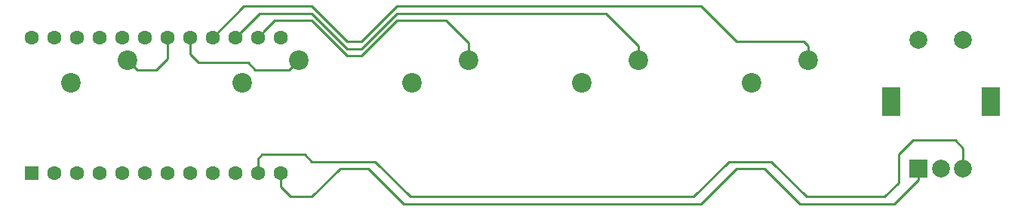
<source format=gtl>
G04 #@! TF.GenerationSoftware,KiCad,Pcbnew,(5.1.4)-1*
G04 #@! TF.CreationDate,2021-12-24T02:42:09+01:00*
G04 #@! TF.ProjectId,5Plank,35506c61-6e6b-42e6-9b69-6361645f7063,rev?*
G04 #@! TF.SameCoordinates,Original*
G04 #@! TF.FileFunction,Copper,L1,Top*
G04 #@! TF.FilePolarity,Positive*
%FSLAX46Y46*%
G04 Gerber Fmt 4.6, Leading zero omitted, Abs format (unit mm)*
G04 Created by KiCad (PCBNEW (5.1.4)-1) date 2021-12-24 02:42:09*
%MOMM*%
%LPD*%
G04 APERTURE LIST*
%ADD10R,2.000000X2.000000*%
%ADD11C,2.000000*%
%ADD12R,2.000000X3.200000*%
%ADD13C,2.200000*%
%ADD14C,1.600000*%
%ADD15R,1.600000X1.600000*%
%ADD16C,0.254000*%
G04 APERTURE END LIST*
D10*
X233200000Y-92868750D03*
D11*
X235700000Y-92868750D03*
X238200000Y-92868750D03*
D12*
X230100000Y-85368750D03*
X241300000Y-85368750D03*
D11*
X233200000Y-78368750D03*
X238200000Y-78368750D03*
D13*
X176371250Y-83185000D03*
X182721250Y-80645000D03*
D14*
X133667500Y-78105000D03*
X136207500Y-78105000D03*
X138747500Y-78105000D03*
X141287500Y-78105000D03*
X143827500Y-78105000D03*
X146367500Y-78105000D03*
X148907500Y-78105000D03*
X151447500Y-78105000D03*
X153987500Y-78105000D03*
X156527500Y-78105000D03*
X159067500Y-78105000D03*
X161607500Y-78105000D03*
X161607500Y-93345000D03*
X159067500Y-93345000D03*
X156527500Y-93345000D03*
X153987500Y-93345000D03*
X151447500Y-93345000D03*
X148907500Y-93345000D03*
X146367500Y-93345000D03*
X143827500Y-93345000D03*
X141287500Y-93345000D03*
X138747500Y-93345000D03*
X136207500Y-93345000D03*
D15*
X133667500Y-93345000D03*
D13*
X214471250Y-83185000D03*
X220821250Y-80645000D03*
X195421250Y-83185000D03*
X201771250Y-80645000D03*
X157321250Y-83185000D03*
X163671250Y-80645000D03*
X138112500Y-83185000D03*
X144462500Y-80645000D03*
D16*
X148907500Y-80486250D02*
X148907500Y-78105000D01*
X147637500Y-81756250D02*
X148907500Y-80486250D01*
X144462500Y-80645000D02*
X145573750Y-81756250D01*
X145573750Y-81756250D02*
X147637500Y-81756250D01*
X151447500Y-80010000D02*
X151447500Y-78105000D01*
X152400000Y-80962500D02*
X151447500Y-80010000D01*
X157956250Y-80962500D02*
X152400000Y-80962500D01*
X158750000Y-81756250D02*
X157956250Y-80962500D01*
X163671250Y-80645000D02*
X162560000Y-81756250D01*
X162560000Y-81756250D02*
X158750000Y-81756250D01*
X162083750Y-92868750D02*
X161607500Y-93345000D01*
X162718750Y-96043750D02*
X161607500Y-94932500D01*
X165100000Y-96043750D02*
X162718750Y-96043750D01*
X168275000Y-92868750D02*
X165100000Y-96043750D01*
X171450000Y-92868750D02*
X168275000Y-92868750D01*
X175418750Y-96837500D02*
X171450000Y-92868750D01*
X208756250Y-96837500D02*
X175418750Y-96837500D01*
X233200000Y-94122750D02*
X230485250Y-96837500D01*
X230485250Y-96837500D02*
X219868750Y-96837500D01*
X233200000Y-92868750D02*
X233200000Y-94122750D01*
X219868750Y-96837500D02*
X215900000Y-92868750D01*
X215900000Y-92868750D02*
X212725000Y-92868750D01*
X161607500Y-94932500D02*
X161607500Y-93345000D01*
X212725000Y-92868750D02*
X208756250Y-96837500D01*
X159067500Y-91757500D02*
X159067500Y-93345000D01*
X165100000Y-92075000D02*
X164306250Y-91281250D01*
X230981250Y-91281250D02*
X230981250Y-94456250D01*
X232568750Y-89693750D02*
X230981250Y-91281250D01*
X237331250Y-89693750D02*
X232568750Y-89693750D01*
X238200000Y-92868750D02*
X238200000Y-90562500D01*
X238200000Y-90562500D02*
X237331250Y-89693750D01*
X229393750Y-96043750D02*
X220662500Y-96043750D01*
X230981250Y-94456250D02*
X229393750Y-96043750D01*
X172243750Y-92075000D02*
X165100000Y-92075000D01*
X220662500Y-96043750D02*
X216693750Y-92075000D01*
X164306250Y-91281250D02*
X159543750Y-91281250D01*
X216693750Y-92075000D02*
X211931250Y-92075000D01*
X207962500Y-96043750D02*
X176212500Y-96043750D01*
X176212500Y-96043750D02*
X172243750Y-92075000D01*
X211931250Y-92075000D02*
X207962500Y-96043750D01*
X159543750Y-91281250D02*
X159067500Y-91757500D01*
X220821250Y-79089366D02*
X220821250Y-80645000D01*
X220313134Y-78581250D02*
X220821250Y-79089366D01*
X208756250Y-74612500D02*
X212725000Y-78581250D01*
X212725000Y-78581250D02*
X220313134Y-78581250D01*
X153987500Y-78105000D02*
X157480000Y-74612500D01*
X157480000Y-74612500D02*
X165100000Y-74612500D01*
X165100000Y-74612500D02*
X169068750Y-78581250D01*
X169068750Y-78581250D02*
X170656250Y-78581250D01*
X170656250Y-78581250D02*
X174625000Y-74612500D01*
X174625000Y-74612500D02*
X208756250Y-74612500D01*
X201771250Y-79089366D02*
X198088134Y-75406250D01*
X201771250Y-80645000D02*
X201771250Y-79089366D01*
X159226250Y-75406250D02*
X156527500Y-78105000D01*
X198088134Y-75406250D02*
X174625000Y-75406250D01*
X174625000Y-75406250D02*
X170656250Y-79375000D01*
X170656250Y-79375000D02*
X169068750Y-79375000D01*
X169068750Y-79375000D02*
X165100000Y-75406250D01*
X165100000Y-75406250D02*
X159226250Y-75406250D01*
X160194501Y-76977999D02*
X159867499Y-77305001D01*
X165100000Y-76200000D02*
X160972500Y-76200000D01*
X169068750Y-80168750D02*
X165100000Y-76200000D01*
X170656250Y-80168750D02*
X169068750Y-80168750D01*
X159861250Y-77311250D02*
X159067500Y-78105000D01*
X159867499Y-77305001D02*
X159861250Y-77311250D01*
X182721250Y-80645000D02*
X182721250Y-78740000D01*
X182721250Y-78740000D02*
X180181250Y-76200000D01*
X160972500Y-76200000D02*
X159861250Y-77311250D01*
X180181250Y-76200000D02*
X174625000Y-76200000D01*
X174625000Y-76200000D02*
X170656250Y-80168750D01*
M02*

</source>
